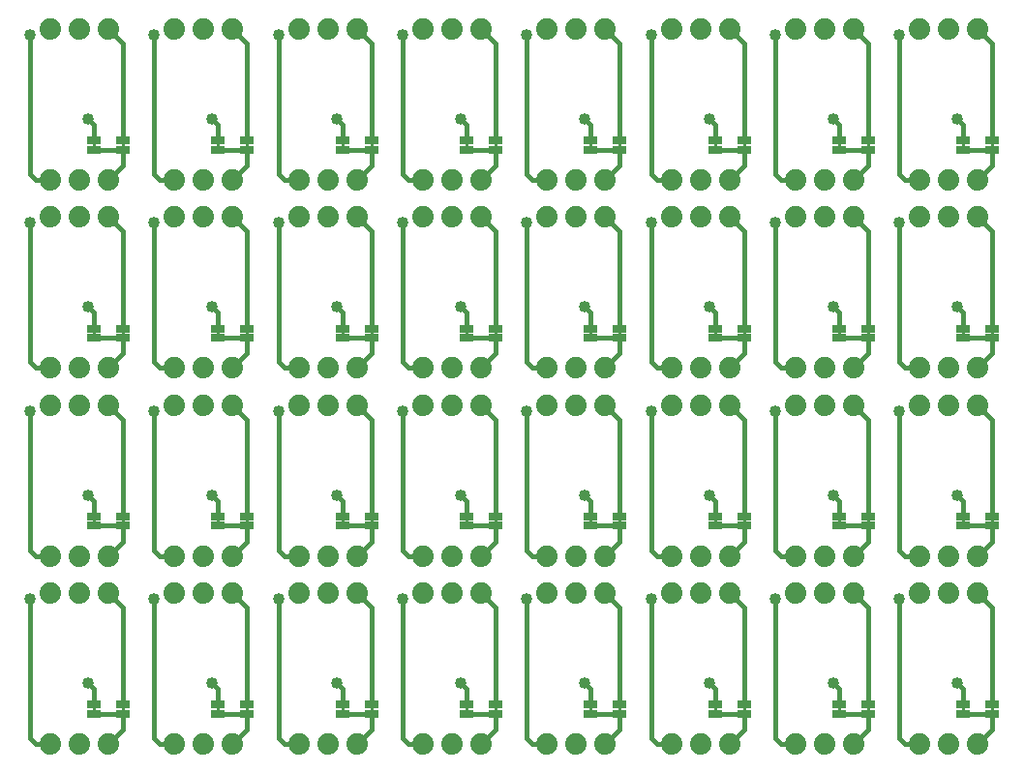
<source format=gbl>
G75*
%MOIN*%
%OFA0B0*%
%FSLAX24Y24*%
%IPPOS*%
%LPD*%
%AMOC8*
5,1,8,0,0,1.08239X$1,22.5*
%
%ADD10R,0.0500X0.0250*%
%ADD11C,0.0100*%
%ADD12C,0.0740*%
%ADD13C,0.0160*%
%ADD14C,0.0400*%
D10*
X005278Y001678D03*
X005278Y001998D03*
X006278Y001998D03*
X006278Y001678D03*
X009553Y001678D03*
X009553Y001998D03*
X010553Y001998D03*
X010553Y001678D03*
X013829Y001678D03*
X013829Y001998D03*
X014829Y001998D03*
X014829Y001678D03*
X018105Y001678D03*
X018105Y001998D03*
X019105Y001998D03*
X019105Y001678D03*
X022380Y001678D03*
X022380Y001998D03*
X023380Y001998D03*
X023380Y001678D03*
X026656Y001678D03*
X026656Y001998D03*
X027656Y001998D03*
X027656Y001678D03*
X030931Y001678D03*
X030931Y001998D03*
X031931Y001998D03*
X031931Y001678D03*
X035207Y001678D03*
X035207Y001998D03*
X036207Y001998D03*
X036207Y001678D03*
X036207Y008153D03*
X036207Y008473D03*
X035207Y008473D03*
X035207Y008153D03*
X031931Y008153D03*
X031931Y008473D03*
X030931Y008473D03*
X030931Y008153D03*
X027656Y008153D03*
X027656Y008473D03*
X026656Y008473D03*
X026656Y008153D03*
X023380Y008153D03*
X023380Y008473D03*
X022380Y008473D03*
X022380Y008153D03*
X019105Y008153D03*
X019105Y008473D03*
X018105Y008473D03*
X018105Y008153D03*
X014829Y008153D03*
X014829Y008473D03*
X013829Y008473D03*
X013829Y008153D03*
X010553Y008153D03*
X010553Y008473D03*
X009553Y008473D03*
X009553Y008153D03*
X006278Y008153D03*
X006278Y008473D03*
X005278Y008473D03*
X005278Y008153D03*
X005278Y014629D03*
X005278Y014949D03*
X006278Y014949D03*
X006278Y014629D03*
X009553Y014629D03*
X009553Y014949D03*
X010553Y014949D03*
X010553Y014629D03*
X013829Y014629D03*
X013829Y014949D03*
X014829Y014949D03*
X014829Y014629D03*
X018105Y014629D03*
X018105Y014949D03*
X019105Y014949D03*
X019105Y014629D03*
X022380Y014629D03*
X022380Y014949D03*
X023380Y014949D03*
X023380Y014629D03*
X026656Y014629D03*
X026656Y014949D03*
X027656Y014949D03*
X027656Y014629D03*
X030931Y014629D03*
X030931Y014949D03*
X031931Y014949D03*
X031931Y014629D03*
X035207Y014629D03*
X035207Y014949D03*
X036207Y014949D03*
X036207Y014629D03*
X036207Y021104D03*
X036207Y021425D03*
X035207Y021425D03*
X035207Y021104D03*
X031931Y021104D03*
X031931Y021425D03*
X030931Y021425D03*
X030931Y021104D03*
X027656Y021104D03*
X027656Y021425D03*
X026656Y021425D03*
X026656Y021104D03*
X023380Y021104D03*
X023380Y021425D03*
X022380Y021425D03*
X022380Y021104D03*
X019105Y021104D03*
X019105Y021425D03*
X018105Y021425D03*
X018105Y021104D03*
X014829Y021104D03*
X014829Y021425D03*
X013829Y021425D03*
X013829Y021104D03*
X010553Y021104D03*
X010553Y021425D03*
X009553Y021425D03*
X009553Y021104D03*
X006278Y021104D03*
X006278Y021425D03*
X005278Y021425D03*
X005278Y021104D03*
D11*
X005278Y021117D02*
X005278Y021417D01*
X006278Y021417D02*
X006278Y021117D01*
X009553Y021117D02*
X009553Y021417D01*
X010553Y021417D02*
X010553Y021117D01*
X013829Y021117D02*
X013829Y021417D01*
X014829Y021417D02*
X014829Y021117D01*
X018105Y021117D02*
X018105Y021417D01*
X019105Y021417D02*
X019105Y021117D01*
X022380Y021117D02*
X022380Y021417D01*
X023380Y021417D02*
X023380Y021117D01*
X026656Y021117D02*
X026656Y021417D01*
X027656Y021417D02*
X027656Y021117D01*
X030931Y021117D02*
X030931Y021417D01*
X031931Y021417D02*
X031931Y021117D01*
X035207Y021117D02*
X035207Y021417D01*
X036207Y021417D02*
X036207Y021117D01*
X036207Y014941D02*
X036207Y014641D01*
X035207Y014641D02*
X035207Y014941D01*
X031931Y014941D02*
X031931Y014641D01*
X030931Y014641D02*
X030931Y014941D01*
X027656Y014941D02*
X027656Y014641D01*
X026656Y014641D02*
X026656Y014941D01*
X023380Y014941D02*
X023380Y014641D01*
X022380Y014641D02*
X022380Y014941D01*
X019105Y014941D02*
X019105Y014641D01*
X018105Y014641D02*
X018105Y014941D01*
X014829Y014941D02*
X014829Y014641D01*
X013829Y014641D02*
X013829Y014941D01*
X010553Y014941D02*
X010553Y014641D01*
X009553Y014641D02*
X009553Y014941D01*
X006278Y014941D02*
X006278Y014641D01*
X005278Y014641D02*
X005278Y014941D01*
X005278Y008466D02*
X005278Y008166D01*
X006278Y008166D02*
X006278Y008466D01*
X009553Y008466D02*
X009553Y008166D01*
X010553Y008166D02*
X010553Y008466D01*
X013829Y008466D02*
X013829Y008166D01*
X014829Y008166D02*
X014829Y008466D01*
X018105Y008466D02*
X018105Y008166D01*
X019105Y008166D02*
X019105Y008466D01*
X022380Y008466D02*
X022380Y008166D01*
X023380Y008166D02*
X023380Y008466D01*
X026656Y008466D02*
X026656Y008166D01*
X027656Y008166D02*
X027656Y008466D01*
X030931Y008466D02*
X030931Y008166D01*
X031931Y008166D02*
X031931Y008466D01*
X035207Y008466D02*
X035207Y008166D01*
X036207Y008166D02*
X036207Y008466D01*
X036207Y001990D02*
X036207Y001690D01*
X035207Y001690D02*
X035207Y001990D01*
X031931Y001990D02*
X031931Y001690D01*
X030931Y001690D02*
X030931Y001990D01*
X027656Y001990D02*
X027656Y001690D01*
X026656Y001690D02*
X026656Y001990D01*
X023380Y001990D02*
X023380Y001690D01*
X022380Y001690D02*
X022380Y001990D01*
X019105Y001990D02*
X019105Y001690D01*
X018105Y001690D02*
X018105Y001990D01*
X014829Y001990D02*
X014829Y001690D01*
X013829Y001690D02*
X013829Y001990D01*
X010553Y001990D02*
X010553Y001690D01*
X009553Y001690D02*
X009553Y001990D01*
X006278Y001990D02*
X006278Y001690D01*
X005278Y001690D02*
X005278Y001990D01*
D12*
X005778Y000640D03*
X004778Y000640D03*
X003778Y000640D03*
X008053Y000640D03*
X009053Y000640D03*
X010053Y000640D03*
X012329Y000640D03*
X013329Y000640D03*
X014329Y000640D03*
X016605Y000640D03*
X017605Y000640D03*
X018605Y000640D03*
X020880Y000640D03*
X021880Y000640D03*
X022880Y000640D03*
X025156Y000640D03*
X026156Y000640D03*
X027156Y000640D03*
X029431Y000640D03*
X030431Y000640D03*
X031431Y000640D03*
X033707Y000640D03*
X034707Y000640D03*
X035707Y000640D03*
X035707Y005840D03*
X034707Y005840D03*
X033707Y005840D03*
X033707Y007116D03*
X034707Y007116D03*
X035707Y007116D03*
X031431Y007116D03*
X030431Y007116D03*
X029431Y007116D03*
X029431Y005840D03*
X030431Y005840D03*
X031431Y005840D03*
X027156Y005840D03*
X026156Y005840D03*
X025156Y005840D03*
X025156Y007116D03*
X026156Y007116D03*
X027156Y007116D03*
X022880Y007116D03*
X021880Y007116D03*
X020880Y007116D03*
X020880Y005840D03*
X021880Y005840D03*
X022880Y005840D03*
X018605Y005840D03*
X017605Y005840D03*
X016605Y005840D03*
X016605Y007116D03*
X017605Y007116D03*
X018605Y007116D03*
X014329Y007116D03*
X013329Y007116D03*
X012329Y007116D03*
X012329Y005840D03*
X013329Y005840D03*
X014329Y005840D03*
X010053Y005840D03*
X009053Y005840D03*
X008053Y005840D03*
X008053Y007116D03*
X009053Y007116D03*
X010053Y007116D03*
X005778Y007116D03*
X004778Y007116D03*
X003778Y007116D03*
X003778Y005840D03*
X004778Y005840D03*
X005778Y005840D03*
X005778Y012316D03*
X004778Y012316D03*
X003778Y012316D03*
X003778Y013591D03*
X004778Y013591D03*
X005778Y013591D03*
X008053Y013591D03*
X009053Y013591D03*
X010053Y013591D03*
X010053Y012316D03*
X009053Y012316D03*
X008053Y012316D03*
X012329Y012316D03*
X013329Y012316D03*
X014329Y012316D03*
X014329Y013591D03*
X013329Y013591D03*
X012329Y013591D03*
X016605Y013591D03*
X017605Y013591D03*
X018605Y013591D03*
X018605Y012316D03*
X017605Y012316D03*
X016605Y012316D03*
X020880Y012316D03*
X021880Y012316D03*
X022880Y012316D03*
X022880Y013591D03*
X021880Y013591D03*
X020880Y013591D03*
X025156Y013591D03*
X026156Y013591D03*
X027156Y013591D03*
X027156Y012316D03*
X026156Y012316D03*
X025156Y012316D03*
X029431Y012316D03*
X030431Y012316D03*
X031431Y012316D03*
X031431Y013591D03*
X030431Y013591D03*
X029431Y013591D03*
X033707Y013591D03*
X034707Y013591D03*
X035707Y013591D03*
X035707Y012316D03*
X034707Y012316D03*
X033707Y012316D03*
X033707Y018791D03*
X034707Y018791D03*
X035707Y018791D03*
X035707Y020067D03*
X034707Y020067D03*
X033707Y020067D03*
X031431Y020067D03*
X030431Y020067D03*
X029431Y020067D03*
X029431Y018791D03*
X030431Y018791D03*
X031431Y018791D03*
X027156Y018791D03*
X026156Y018791D03*
X025156Y018791D03*
X025156Y020067D03*
X026156Y020067D03*
X027156Y020067D03*
X022880Y020067D03*
X021880Y020067D03*
X020880Y020067D03*
X020880Y018791D03*
X021880Y018791D03*
X022880Y018791D03*
X018605Y018791D03*
X017605Y018791D03*
X016605Y018791D03*
X016605Y020067D03*
X017605Y020067D03*
X018605Y020067D03*
X014329Y020067D03*
X013329Y020067D03*
X012329Y020067D03*
X012329Y018791D03*
X013329Y018791D03*
X014329Y018791D03*
X010053Y018791D03*
X009053Y018791D03*
X008053Y018791D03*
X008053Y020067D03*
X009053Y020067D03*
X010053Y020067D03*
X005778Y020067D03*
X004778Y020067D03*
X003778Y020067D03*
X003778Y018791D03*
X004778Y018791D03*
X005778Y018791D03*
X005778Y025267D03*
X004778Y025267D03*
X003778Y025267D03*
X008053Y025267D03*
X009053Y025267D03*
X010053Y025267D03*
X012329Y025267D03*
X013329Y025267D03*
X014329Y025267D03*
X016605Y025267D03*
X017605Y025267D03*
X018605Y025267D03*
X020880Y025267D03*
X021880Y025267D03*
X022880Y025267D03*
X025156Y025267D03*
X026156Y025267D03*
X027156Y025267D03*
X029431Y025267D03*
X030431Y025267D03*
X031431Y025267D03*
X033707Y025267D03*
X034707Y025267D03*
X035707Y025267D03*
D13*
X003278Y000640D02*
X003078Y000840D01*
X003078Y005640D01*
X003278Y007116D02*
X003778Y007116D01*
X003278Y007116D02*
X003078Y007316D01*
X003078Y012116D01*
X003278Y013591D02*
X003778Y013591D01*
X003278Y013591D02*
X003078Y013791D01*
X003078Y018591D01*
X003278Y020067D02*
X003778Y020067D01*
X003278Y020067D02*
X003078Y020267D01*
X003078Y025067D01*
X005778Y025267D02*
X006278Y024767D01*
X006278Y021425D01*
X006278Y021104D02*
X005278Y021104D01*
X005278Y021425D02*
X005278Y021967D01*
X005078Y022167D01*
X006278Y021104D02*
X006278Y020567D01*
X005778Y020067D01*
X007353Y020267D02*
X007553Y020067D01*
X008053Y020067D01*
X007353Y020267D02*
X007353Y025067D01*
X010053Y025267D02*
X010553Y024767D01*
X010553Y021425D01*
X010553Y021104D02*
X009553Y021104D01*
X009553Y021425D02*
X009553Y021967D01*
X009353Y022167D01*
X010553Y021104D02*
X010553Y020567D01*
X010053Y020067D01*
X011629Y020267D02*
X011829Y020067D01*
X012329Y020067D01*
X011629Y020267D02*
X011629Y025067D01*
X014329Y025267D02*
X014829Y024767D01*
X014829Y021425D01*
X014829Y021104D02*
X013829Y021104D01*
X013829Y021425D02*
X013829Y021967D01*
X013629Y022167D01*
X014829Y021104D02*
X014829Y020567D01*
X014329Y020067D01*
X015905Y020267D02*
X016105Y020067D01*
X016605Y020067D01*
X015905Y020267D02*
X015905Y025067D01*
X018605Y025267D02*
X019105Y024767D01*
X019105Y021425D01*
X019105Y021104D02*
X018105Y021104D01*
X018105Y021425D02*
X018105Y021967D01*
X017905Y022167D01*
X019105Y021104D02*
X019105Y020567D01*
X018605Y020067D01*
X020180Y020267D02*
X020380Y020067D01*
X020880Y020067D01*
X020180Y020267D02*
X020180Y025067D01*
X022880Y025267D02*
X023380Y024767D01*
X023380Y021425D01*
X023380Y021104D02*
X022380Y021104D01*
X022380Y021425D02*
X022380Y021967D01*
X022180Y022167D01*
X023380Y021104D02*
X023380Y020567D01*
X022880Y020067D01*
X024456Y020267D02*
X024656Y020067D01*
X025156Y020067D01*
X024456Y020267D02*
X024456Y025067D01*
X027156Y025267D02*
X027656Y024767D01*
X027656Y021425D01*
X027656Y021104D02*
X026656Y021104D01*
X026656Y021425D02*
X026656Y021967D01*
X026456Y022167D01*
X027656Y021104D02*
X027656Y020567D01*
X027156Y020067D01*
X028731Y020267D02*
X028931Y020067D01*
X029431Y020067D01*
X028731Y020267D02*
X028731Y025067D01*
X031431Y025267D02*
X031931Y024767D01*
X031931Y021425D01*
X031931Y021104D02*
X030931Y021104D01*
X030931Y021425D02*
X030931Y021967D01*
X030731Y022167D01*
X031931Y021104D02*
X031931Y020567D01*
X031431Y020067D01*
X033007Y020267D02*
X033207Y020067D01*
X033707Y020067D01*
X033007Y020267D02*
X033007Y025067D01*
X035707Y025267D02*
X036207Y024767D01*
X036207Y021425D01*
X036207Y021104D02*
X035207Y021104D01*
X035207Y021425D02*
X035207Y021967D01*
X035007Y022167D01*
X036207Y021104D02*
X036207Y020567D01*
X035707Y020067D01*
X035707Y018791D02*
X036207Y018291D01*
X036207Y014949D01*
X036207Y014629D02*
X035207Y014629D01*
X035207Y014949D02*
X035207Y015491D01*
X035007Y015691D01*
X036207Y014629D02*
X036207Y014091D01*
X035707Y013591D01*
X035707Y012316D02*
X036207Y011816D01*
X036207Y008473D01*
X036207Y008153D02*
X035207Y008153D01*
X035207Y008473D02*
X035207Y009016D01*
X035007Y009216D01*
X036207Y008153D02*
X036207Y007616D01*
X035707Y007116D01*
X035707Y005840D02*
X036207Y005340D01*
X036207Y001998D01*
X036207Y001678D02*
X035207Y001678D01*
X035207Y001998D02*
X035207Y002540D01*
X035007Y002740D01*
X036207Y001678D02*
X036207Y001140D01*
X035707Y000640D01*
X033707Y000640D02*
X033207Y000640D01*
X033007Y000840D01*
X033007Y005640D01*
X031931Y005340D02*
X031431Y005840D01*
X031931Y005340D02*
X031931Y001998D01*
X031931Y001678D02*
X030931Y001678D01*
X030931Y001998D02*
X030931Y002540D01*
X030731Y002740D01*
X031931Y001678D02*
X031931Y001140D01*
X031431Y000640D01*
X029431Y000640D02*
X028931Y000640D01*
X028731Y000840D01*
X028731Y005640D01*
X027656Y005340D02*
X027156Y005840D01*
X027656Y005340D02*
X027656Y001998D01*
X027656Y001678D02*
X026656Y001678D01*
X026656Y001998D02*
X026656Y002540D01*
X026456Y002740D01*
X027656Y001678D02*
X027656Y001140D01*
X027156Y000640D01*
X025156Y000640D02*
X024656Y000640D01*
X024456Y000840D01*
X024456Y005640D01*
X023380Y005340D02*
X022880Y005840D01*
X023380Y005340D02*
X023380Y001998D01*
X023380Y001678D02*
X022380Y001678D01*
X022380Y001998D02*
X022380Y002540D01*
X022180Y002740D01*
X023380Y001678D02*
X023380Y001140D01*
X022880Y000640D01*
X020880Y000640D02*
X020380Y000640D01*
X020180Y000840D01*
X020180Y005640D01*
X019105Y005340D02*
X018605Y005840D01*
X019105Y005340D02*
X019105Y001998D01*
X019105Y001678D02*
X018105Y001678D01*
X018105Y001998D02*
X018105Y002540D01*
X017905Y002740D01*
X019105Y001678D02*
X019105Y001140D01*
X018605Y000640D01*
X016605Y000640D02*
X016105Y000640D01*
X015905Y000840D01*
X015905Y005640D01*
X014829Y005340D02*
X014329Y005840D01*
X014829Y005340D02*
X014829Y001998D01*
X014829Y001678D02*
X013829Y001678D01*
X013829Y001998D02*
X013829Y002540D01*
X013629Y002740D01*
X014829Y001678D02*
X014829Y001140D01*
X014329Y000640D01*
X012329Y000640D02*
X011829Y000640D01*
X011629Y000840D01*
X011629Y005640D01*
X010553Y005340D02*
X010053Y005840D01*
X010553Y005340D02*
X010553Y001998D01*
X010553Y001678D02*
X009553Y001678D01*
X009553Y001998D02*
X009553Y002540D01*
X009353Y002740D01*
X010553Y001678D02*
X010553Y001140D01*
X010053Y000640D01*
X008053Y000640D02*
X007553Y000640D01*
X007353Y000840D01*
X007353Y005640D01*
X006278Y005340D02*
X005778Y005840D01*
X006278Y005340D02*
X006278Y001998D01*
X006278Y001678D02*
X005278Y001678D01*
X005278Y001998D02*
X005278Y002540D01*
X005078Y002740D01*
X006278Y001678D02*
X006278Y001140D01*
X005778Y000640D01*
X003778Y000640D02*
X003278Y000640D01*
X005778Y007116D02*
X006278Y007616D01*
X006278Y008153D01*
X005278Y008153D01*
X005278Y008473D02*
X005278Y009016D01*
X005078Y009216D01*
X006278Y008473D02*
X006278Y011816D01*
X005778Y012316D01*
X007353Y012116D02*
X007353Y007316D01*
X007553Y007116D01*
X008053Y007116D01*
X009553Y008153D02*
X010553Y008153D01*
X010553Y007616D01*
X010053Y007116D01*
X011629Y007316D02*
X011829Y007116D01*
X012329Y007116D01*
X011629Y007316D02*
X011629Y012116D01*
X010553Y011816D02*
X010053Y012316D01*
X010553Y011816D02*
X010553Y008473D01*
X009553Y008473D02*
X009553Y009016D01*
X009353Y009216D01*
X013629Y009216D02*
X013829Y009016D01*
X013829Y008473D01*
X013829Y008153D02*
X014829Y008153D01*
X014829Y007616D01*
X014329Y007116D01*
X015905Y007316D02*
X016105Y007116D01*
X016605Y007116D01*
X015905Y007316D02*
X015905Y012116D01*
X014829Y011816D02*
X014329Y012316D01*
X014829Y011816D02*
X014829Y008473D01*
X017905Y009216D02*
X018105Y009016D01*
X018105Y008473D01*
X018105Y008153D02*
X019105Y008153D01*
X019105Y007616D01*
X018605Y007116D01*
X020180Y007316D02*
X020380Y007116D01*
X020880Y007116D01*
X020180Y007316D02*
X020180Y012116D01*
X019105Y011816D02*
X018605Y012316D01*
X019105Y011816D02*
X019105Y008473D01*
X022180Y009216D02*
X022380Y009016D01*
X022380Y008473D01*
X022380Y008153D02*
X023380Y008153D01*
X023380Y007616D01*
X022880Y007116D01*
X024456Y007316D02*
X024656Y007116D01*
X025156Y007116D01*
X024456Y007316D02*
X024456Y012116D01*
X023380Y011816D02*
X022880Y012316D01*
X023380Y011816D02*
X023380Y008473D01*
X026456Y009216D02*
X026656Y009016D01*
X026656Y008473D01*
X026656Y008153D02*
X027656Y008153D01*
X027656Y007616D01*
X027156Y007116D01*
X028731Y007316D02*
X028931Y007116D01*
X029431Y007116D01*
X028731Y007316D02*
X028731Y012116D01*
X027656Y011816D02*
X027156Y012316D01*
X027656Y011816D02*
X027656Y008473D01*
X030731Y009216D02*
X030931Y009016D01*
X030931Y008473D01*
X030931Y008153D02*
X031931Y008153D01*
X031931Y007616D01*
X031431Y007116D01*
X033007Y007316D02*
X033207Y007116D01*
X033707Y007116D01*
X033007Y007316D02*
X033007Y012116D01*
X031931Y011816D02*
X031431Y012316D01*
X031931Y011816D02*
X031931Y008473D01*
X031431Y013591D02*
X031931Y014091D01*
X031931Y014629D01*
X030931Y014629D01*
X030931Y014949D02*
X030931Y015491D01*
X030731Y015691D01*
X031931Y014949D02*
X031931Y018291D01*
X031431Y018791D01*
X033007Y018591D02*
X033007Y013791D01*
X033207Y013591D01*
X033707Y013591D01*
X029431Y013591D02*
X028931Y013591D01*
X028731Y013791D01*
X028731Y018591D01*
X027656Y018291D02*
X027156Y018791D01*
X027656Y018291D02*
X027656Y014949D01*
X027656Y014629D02*
X026656Y014629D01*
X026656Y014949D02*
X026656Y015491D01*
X026456Y015691D01*
X027656Y014629D02*
X027656Y014091D01*
X027156Y013591D01*
X025156Y013591D02*
X024656Y013591D01*
X024456Y013791D01*
X024456Y018591D01*
X023380Y018291D02*
X022880Y018791D01*
X023380Y018291D02*
X023380Y014949D01*
X023380Y014629D02*
X022380Y014629D01*
X022380Y014949D02*
X022380Y015491D01*
X022180Y015691D01*
X023380Y014629D02*
X023380Y014091D01*
X022880Y013591D01*
X020880Y013591D02*
X020380Y013591D01*
X020180Y013791D01*
X020180Y018591D01*
X019105Y018291D02*
X018605Y018791D01*
X019105Y018291D02*
X019105Y014949D01*
X019105Y014629D02*
X018105Y014629D01*
X018105Y014949D02*
X018105Y015491D01*
X017905Y015691D01*
X019105Y014629D02*
X019105Y014091D01*
X018605Y013591D01*
X016605Y013591D02*
X016105Y013591D01*
X015905Y013791D01*
X015905Y018591D01*
X014829Y018291D02*
X014329Y018791D01*
X014829Y018291D02*
X014829Y014949D01*
X014829Y014629D02*
X013829Y014629D01*
X013829Y014949D02*
X013829Y015491D01*
X013629Y015691D01*
X014829Y014629D02*
X014829Y014091D01*
X014329Y013591D01*
X012329Y013591D02*
X011829Y013591D01*
X011629Y013791D01*
X011629Y018591D01*
X010553Y018291D02*
X010053Y018791D01*
X010553Y018291D02*
X010553Y014949D01*
X010553Y014629D02*
X009553Y014629D01*
X009553Y014949D02*
X009553Y015491D01*
X009353Y015691D01*
X010553Y014629D02*
X010553Y014091D01*
X010053Y013591D01*
X008053Y013591D02*
X007553Y013591D01*
X007353Y013791D01*
X007353Y018591D01*
X006278Y018291D02*
X005778Y018791D01*
X006278Y018291D02*
X006278Y014949D01*
X006278Y014629D02*
X005278Y014629D01*
X005278Y014949D02*
X005278Y015491D01*
X005078Y015691D01*
X006278Y014629D02*
X006278Y014091D01*
X005778Y013591D01*
D14*
X007353Y012116D03*
X009353Y009216D03*
X011629Y012116D03*
X013629Y009216D03*
X015905Y012116D03*
X017905Y009216D03*
X020180Y012116D03*
X024456Y012116D03*
X026456Y009216D03*
X030731Y009216D03*
X028731Y012116D03*
X033007Y012116D03*
X035007Y009216D03*
X033007Y005640D03*
X035007Y002740D03*
X030731Y002740D03*
X026456Y002740D03*
X024456Y005640D03*
X020180Y005640D03*
X022180Y002740D03*
X017905Y002740D03*
X015905Y005640D03*
X013629Y002740D03*
X011629Y005640D03*
X009353Y002740D03*
X007353Y005640D03*
X005078Y002740D03*
X003078Y005640D03*
X005078Y009216D03*
X003078Y012116D03*
X005078Y015691D03*
X003078Y018591D03*
X007353Y018591D03*
X009353Y015691D03*
X011629Y018591D03*
X013629Y015691D03*
X015905Y018591D03*
X017905Y015691D03*
X020180Y018591D03*
X024456Y018591D03*
X026456Y015691D03*
X030731Y015691D03*
X028731Y018591D03*
X033007Y018591D03*
X035007Y015691D03*
X035007Y022167D03*
X033007Y025067D03*
X030731Y022167D03*
X026456Y022167D03*
X024456Y025067D03*
X020180Y025067D03*
X022180Y022167D03*
X017905Y022167D03*
X015905Y025067D03*
X013629Y022167D03*
X011629Y025067D03*
X009353Y022167D03*
X007353Y025067D03*
X005078Y022167D03*
X003078Y025067D03*
X022180Y015691D03*
X022180Y009216D03*
X028731Y005640D03*
X028731Y025067D03*
M02*

</source>
